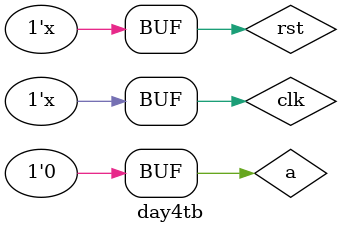
<source format=v>
`timescale 1ns / 1ps


module day4tb();
wire y;
reg a,clk,rst;
day4seqdec duu1(.clk(clk),.a(a),.rst(rst),.y(y));

initial begin
clk=1'b0;
rst=1'b0;
a=1'b1;
#10 a=1'b0;
#10 a=1'b0;
#10 a=1'b1;
#10 a=1'b0;
#10 a=1'b0;
#10 a=1'b0;
#10 a=1'b0;
#10 a=1'b1;
#10 a=1'b0;
#10 a=1'b0;
#10 a=1'b0;
#10 a=1'b0;
#10 a=1'b1;
#10 a=1'b0;
#10 a=1'b0;
#10 a=1'b0;
#10 a=1'b0;
#10 a=1'b1;
#10 a=1'b0;
#10 a=1'b0;
#10 a=1'b0;
#10 a=1'b0;
#10 a=1'b1;
#10 a=1'b0;
#10 a=1'b0;
#10 a=1'b0;
#10 a=1'b0;
#10 a=1'b1;
#10 a=1'b0;
#10 a=1'b0;
#10 a=1'b0;
#10 a=1'b0;
#10 a=1'b1;
#10 a=1'b0;
#10 a=1'b0;
#10 a=1'b0;
#10 a=1'b0;
#10 a=1'b1;
#10 a=1'b0;
#10 a=1'b0;
#10 a=1'b0;
#10 a=1'b0;
#10 a=1'b1;
#10 a=1'b0;
#10 a=1'b0;
#10 a=1'b0;
#10 a=1'b0;
#10 a=1'b1;
#10 a=1'b0;
#10 a=1'b0;
#10 a=1'b0;
#10 a=1'b0;
#10 a=1'b1;
#10 a=1'b0;
#10 a=1'b0;
#10 a=1'b0;
#10 a=1'b0;
#10 a=1'b1;
#10 a=1'b0;
#10 a=1'b0;

end

always#5 clk=~clk;
always#100 rst=~rst;


endmodule

</source>
